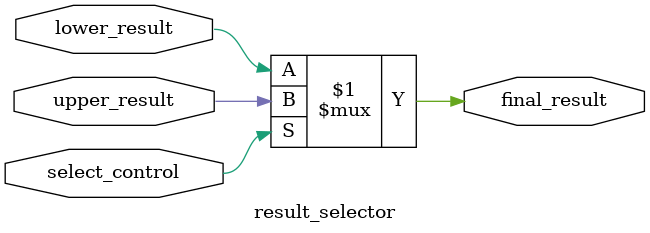
<source format=sv>
module open_ended_range_detector(
    input wire [11:0] data,
    input wire [11:0] bound_value,
    input wire direction, // 0=lower_bound_only, 1=upper_bound_only
    output wire in_valid_zone
);
    // Internal signals
    wire lower_bound_check;
    wire upper_bound_check;
    wire selected_result;
    
    // Instantiate the comparator module for lower bound checking
    comparator_module #(
        .WIDTH(12),
        .OPERATION("GE")  // Greater than or Equal
    ) lower_bound_comparator (
        .a(data),
        .b(bound_value),
        .result(lower_bound_check)
    );
    
    // Instantiate the comparator module for upper bound checking
    comparator_module #(
        .WIDTH(12),
        .OPERATION("LE")  // Less than or Equal
    ) upper_bound_comparator (
        .a(data),
        .b(bound_value),
        .result(upper_bound_check)
    );
    
    // Instantiate selector module to choose the appropriate result
    result_selector selector (
        .lower_result(lower_bound_check),
        .upper_result(upper_bound_check),
        .select_control(direction),
        .final_result(in_valid_zone)
    );
    
endmodule

// Parameterized comparator module for flexible comparison operations
module comparator_module #(
    parameter WIDTH = 12,
    parameter OPERATION = "GE"  // "GE" for >=, "LE" for <=
)(
    input wire [WIDTH-1:0] a,
    input wire [WIDTH-1:0] b,
    output reg result
);
    // Perform the appropriate comparison based on the operation parameter
    always @(*) begin
        case (OPERATION)
            "GE": result = (a >= b);
            "LE": result = (a <= b);
            default: result = 1'b0;
        endcase
    end
endmodule

// Selector module to choose between comparison results
module result_selector(
    input wire lower_result,
    input wire upper_result,
    input wire select_control,
    output wire final_result
);
    // Select between lower_result and upper_result based on select_control
    // select_control: 0=lower_bound_only, 1=upper_bound_only
    assign final_result = select_control ? upper_result : lower_result;
endmodule
</source>
